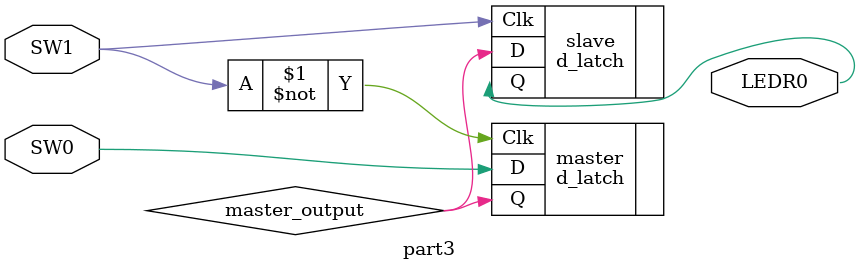
<source format=v>
module part3 (
	input  SW0,  // D
	input  SW1,  // CLK
	output LEDR0 // Q (slave)
);

	wire master_output;

	d_latch master(
		.Clk(~SW1),
		.D(SW0),
		.Q(master_output)
	);

	d_latch slave(
		.Clk(SW1),
		.D(master_output),
		.Q(LEDR0)
	);

endmodule
</source>
